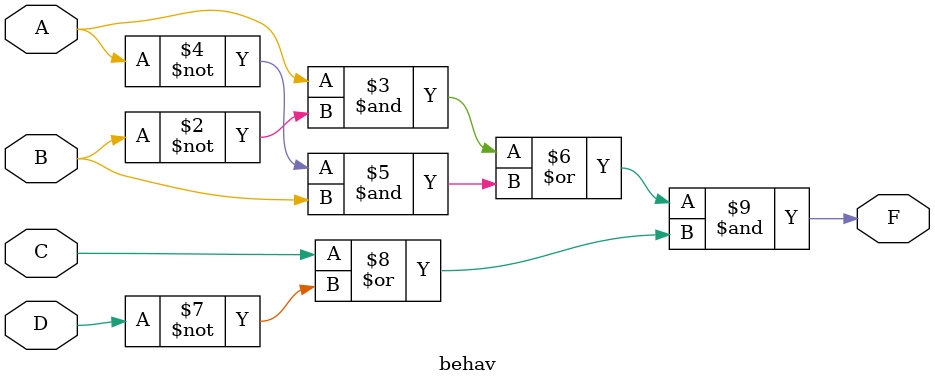
<source format=v>

`timescale 1ns / 1ps


module behav(F,A,B,C,D);
    // Define input and output
    output reg F;
    input A,B,C,D;

    // Assign boolean function
    always @*
    begin
        F = ((A & ~B) | (~A & B)) & (C | ~D);
    end

endmodule
</source>
